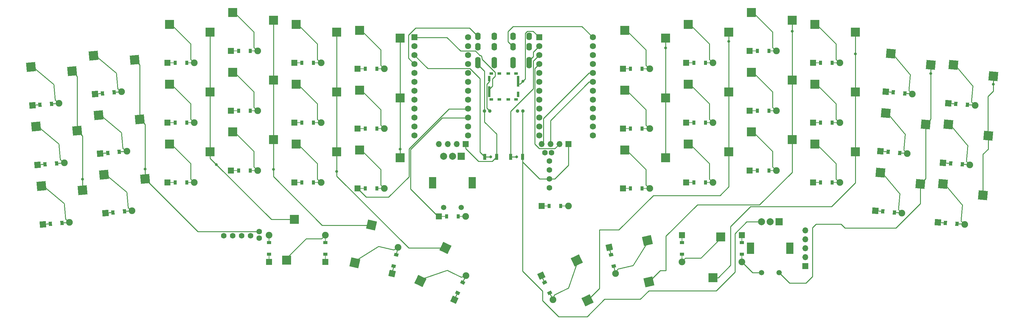
<source format=gbr>
%TF.GenerationSoftware,KiCad,Pcbnew,(6.0.6)*%
%TF.CreationDate,2022-07-17T13:12:23+02:00*%
%TF.ProjectId,main_wired,6d61696e-5f77-4697-9265-642e6b696361,v1.0.0*%
%TF.SameCoordinates,Original*%
%TF.FileFunction,Copper,L2,Bot*%
%TF.FilePolarity,Positive*%
%FSLAX46Y46*%
G04 Gerber Fmt 4.6, Leading zero omitted, Abs format (unit mm)*
G04 Created by KiCad (PCBNEW (6.0.6)) date 2022-07-17 13:12:23*
%MOMM*%
%LPD*%
G01*
G04 APERTURE LIST*
G04 Aperture macros list*
%AMRotRect*
0 Rectangle, with rotation*
0 The origin of the aperture is its center*
0 $1 length*
0 $2 width*
0 $3 Rotation angle, in degrees counterclockwise*
0 Add horizontal line*
21,1,$1,$2,0,0,$3*%
%AMFreePoly0*
4,1,31,0.588388,0.088388,6.138388,-5.461611,6.151709,-5.479450,6.155189,-5.482470,6.155982,-5.485172,6.159852,-5.490355,6.166332,-5.520453,6.175000,-5.550000,6.175000,-9.948224,7.138389,-10.911612,7.159852,-10.940356,7.174665,-11.009155,7.149961,-11.075053,7.093572,-11.117161,7.023371,-11.122131,6.961612,-11.088389,5.961612,-10.088388,5.948293,-10.070552,5.944811,-10.067530,5.944018,-10.064826,
5.940148,-10.059644,5.933669,-10.029549,5.925000,-10.000000,5.925000,-5.601777,0.411612,-0.088388,0.390148,-0.059644,0.375336,0.009154,0.400039,0.075052,0.456428,0.117161,0.526629,0.122131,0.588388,0.088388,0.588388,0.088388,$1*%
%AMFreePoly1*
4,1,13,0.062500,0.108253,0.108253,0.062500,0.125000,0.000000,0.108253,-0.062500,0.062500,-0.108253,0.000000,-0.125000,-0.062500,-0.108253,-0.108253,-0.062500,-0.125000,0.000000,-0.108253,0.062500,-0.062500,0.108253,0.000000,0.125000,0.062500,0.108253,0.062500,0.108253,$1*%
%AMFreePoly2*
4,1,30,0.035502,0.119852,0.047057,0.112391,0.062500,0.108253,0.078963,0.091790,0.094624,0.081678,0.099251,0.071502,0.108253,0.062500,0.115298,0.036209,0.123753,0.017613,0.122534,0.009204,0.125000,0.000000,0.120281,-0.017613,0.116718,-0.030908,0.113655,-0.052035,0.109897,-0.056366,0.108253,-0.062500,0.080431,-0.090322,0.067530,-0.105189,0.064748,-0.106005,0.062500,-0.108253,
0.000000,-0.125000,-2.160000,-0.125000,-2.195502,-0.119852,-2.254624,-0.081678,-2.283753,-0.017613,-2.273655,0.052035,-2.227530,0.105189,-2.160000,0.125000,0.000000,0.125000,0.035502,0.119852,0.035502,0.119852,$1*%
%AMFreePoly3*
4,1,29,2.195502,0.119852,2.254624,0.081678,2.283753,0.017613,2.273655,-0.052035,2.227530,-0.105189,2.160000,-0.125000,0.000000,-0.125000,-0.035502,-0.119852,-0.047057,-0.112391,-0.062500,-0.108253,-0.078963,-0.091790,-0.094624,-0.081678,-0.099251,-0.071502,-0.108253,-0.062500,-0.115298,-0.036209,-0.123753,-0.017613,-0.122534,-0.009204,-0.125000,0.000000,-0.116718,0.030909,-0.113655,0.052035,
-0.109897,0.056366,-0.108253,0.062500,-0.080431,0.090322,-0.067530,0.105189,-0.064748,0.106005,-0.062500,0.108253,0.000000,0.125000,2.160000,0.125000,2.195502,0.119852,2.195502,0.119852,$1*%
G04 Aperture macros list end*
%TA.AperFunction,ComponentPad*%
%ADD10C,1.000000*%
%TD*%
%TA.AperFunction,SMDPad,CuDef*%
%ADD11FreePoly0,355.000000*%
%TD*%
%TA.AperFunction,SMDPad,CuDef*%
%ADD12FreePoly1,355.000000*%
%TD*%
%TA.AperFunction,SMDPad,CuDef*%
%ADD13RotRect,2.600000X2.600000X355.000000*%
%TD*%
%TA.AperFunction,SMDPad,CuDef*%
%ADD14FreePoly0,296.000000*%
%TD*%
%TA.AperFunction,SMDPad,CuDef*%
%ADD15FreePoly1,296.000000*%
%TD*%
%TA.AperFunction,SMDPad,CuDef*%
%ADD16RotRect,2.600000X2.600000X296.000000*%
%TD*%
%TA.AperFunction,ComponentPad*%
%ADD17R,1.700000X1.700000*%
%TD*%
%TA.AperFunction,ComponentPad*%
%ADD18O,1.700000X1.700000*%
%TD*%
%TA.AperFunction,SMDPad,CuDef*%
%ADD19FreePoly2,270.000000*%
%TD*%
%TA.AperFunction,SMDPad,CuDef*%
%ADD20FreePoly3,270.000000*%
%TD*%
%TA.AperFunction,SMDPad,CuDef*%
%ADD21R,1.200000X0.900000*%
%TD*%
%TA.AperFunction,ComponentPad*%
%ADD22C,1.905000*%
%TD*%
%TA.AperFunction,ComponentPad*%
%ADD23R,1.778000X1.778000*%
%TD*%
%TA.AperFunction,SMDPad,CuDef*%
%ADD24FreePoly0,0.000000*%
%TD*%
%TA.AperFunction,SMDPad,CuDef*%
%ADD25FreePoly1,0.000000*%
%TD*%
%TA.AperFunction,SMDPad,CuDef*%
%ADD26R,2.600000X2.600000*%
%TD*%
%TA.AperFunction,SMDPad,CuDef*%
%ADD27R,1.000000X0.800000*%
%TD*%
%TA.AperFunction,SMDPad,CuDef*%
%ADD28R,0.700000X1.500000*%
%TD*%
%TA.AperFunction,ComponentPad*%
%ADD29O,1.600000X2.200000*%
%TD*%
%TA.AperFunction,SMDPad,CuDef*%
%ADD30FreePoly2,90.000000*%
%TD*%
%TA.AperFunction,SMDPad,CuDef*%
%ADD31FreePoly3,90.000000*%
%TD*%
%TA.AperFunction,ComponentPad*%
%ADD32C,1.600000*%
%TD*%
%TA.AperFunction,SMDPad,CuDef*%
%ADD33FreePoly3,0.000000*%
%TD*%
%TA.AperFunction,SMDPad,CuDef*%
%ADD34FreePoly2,0.000000*%
%TD*%
%TA.AperFunction,SMDPad,CuDef*%
%ADD35R,0.900000X1.200000*%
%TD*%
%TA.AperFunction,ComponentPad*%
%ADD36R,2.000000X3.200000*%
%TD*%
%TA.AperFunction,ComponentPad*%
%ADD37C,1.500000*%
%TD*%
%TA.AperFunction,ComponentPad*%
%ADD38R,2.000000X2.000000*%
%TD*%
%TA.AperFunction,ComponentPad*%
%ADD39C,2.000000*%
%TD*%
%TA.AperFunction,SMDPad,CuDef*%
%ADD40FreePoly3,355.000000*%
%TD*%
%TA.AperFunction,SMDPad,CuDef*%
%ADD41FreePoly2,355.000000*%
%TD*%
%TA.AperFunction,SMDPad,CuDef*%
%ADD42RotRect,0.900000X1.200000X355.000000*%
%TD*%
%TA.AperFunction,ComponentPad*%
%ADD43RotRect,1.778000X1.778000X355.000000*%
%TD*%
%TA.AperFunction,SMDPad,CuDef*%
%ADD44FreePoly2,283.000000*%
%TD*%
%TA.AperFunction,SMDPad,CuDef*%
%ADD45FreePoly3,283.000000*%
%TD*%
%TA.AperFunction,SMDPad,CuDef*%
%ADD46RotRect,0.900000X1.200000X283.000000*%
%TD*%
%TA.AperFunction,ComponentPad*%
%ADD47RotRect,1.778000X1.778000X283.000000*%
%TD*%
%TA.AperFunction,SMDPad,CuDef*%
%ADD48FreePoly0,5.000000*%
%TD*%
%TA.AperFunction,SMDPad,CuDef*%
%ADD49FreePoly1,5.000000*%
%TD*%
%TA.AperFunction,SMDPad,CuDef*%
%ADD50RotRect,2.600000X2.600000X5.000000*%
%TD*%
%TA.AperFunction,SMDPad,CuDef*%
%ADD51FreePoly0,64.000000*%
%TD*%
%TA.AperFunction,SMDPad,CuDef*%
%ADD52FreePoly1,64.000000*%
%TD*%
%TA.AperFunction,SMDPad,CuDef*%
%ADD53RotRect,2.600000X2.600000X64.000000*%
%TD*%
%TA.AperFunction,SMDPad,CuDef*%
%ADD54FreePoly2,5.000000*%
%TD*%
%TA.AperFunction,SMDPad,CuDef*%
%ADD55FreePoly3,5.000000*%
%TD*%
%TA.AperFunction,SMDPad,CuDef*%
%ADD56RotRect,0.900000X1.200000X5.000000*%
%TD*%
%TA.AperFunction,ComponentPad*%
%ADD57RotRect,1.778000X1.778000X5.000000*%
%TD*%
%TA.AperFunction,SMDPad,CuDef*%
%ADD58FreePoly2,64.000000*%
%TD*%
%TA.AperFunction,SMDPad,CuDef*%
%ADD59FreePoly3,64.000000*%
%TD*%
%TA.AperFunction,SMDPad,CuDef*%
%ADD60RotRect,0.900000X1.200000X64.000000*%
%TD*%
%TA.AperFunction,ComponentPad*%
%ADD61RotRect,1.778000X1.778000X64.000000*%
%TD*%
%TA.AperFunction,SMDPad,CuDef*%
%ADD62R,0.900000X1.700000*%
%TD*%
%TA.AperFunction,SMDPad,CuDef*%
%ADD63FreePoly0,77.000000*%
%TD*%
%TA.AperFunction,SMDPad,CuDef*%
%ADD64FreePoly1,77.000000*%
%TD*%
%TA.AperFunction,SMDPad,CuDef*%
%ADD65RotRect,2.600000X2.600000X77.000000*%
%TD*%
%TA.AperFunction,SMDPad,CuDef*%
%ADD66FreePoly0,283.000000*%
%TD*%
%TA.AperFunction,SMDPad,CuDef*%
%ADD67FreePoly1,283.000000*%
%TD*%
%TA.AperFunction,SMDPad,CuDef*%
%ADD68RotRect,2.600000X2.600000X283.000000*%
%TD*%
%TA.AperFunction,SMDPad,CuDef*%
%ADD69FreePoly0,90.000000*%
%TD*%
%TA.AperFunction,SMDPad,CuDef*%
%ADD70FreePoly1,90.000000*%
%TD*%
%TA.AperFunction,SMDPad,CuDef*%
%ADD71FreePoly0,270.000000*%
%TD*%
%TA.AperFunction,SMDPad,CuDef*%
%ADD72FreePoly1,270.000000*%
%TD*%
%TA.AperFunction,ComponentPad*%
%ADD73R,1.752600X1.752600*%
%TD*%
%TA.AperFunction,ComponentPad*%
%ADD74C,1.752600*%
%TD*%
%TA.AperFunction,SMDPad,CuDef*%
%ADD75FreePoly2,77.000000*%
%TD*%
%TA.AperFunction,SMDPad,CuDef*%
%ADD76FreePoly3,77.000000*%
%TD*%
%TA.AperFunction,SMDPad,CuDef*%
%ADD77RotRect,0.900000X1.200000X77.000000*%
%TD*%
%TA.AperFunction,ComponentPad*%
%ADD78RotRect,1.778000X1.778000X77.000000*%
%TD*%
%TA.AperFunction,SMDPad,CuDef*%
%ADD79FreePoly3,296.000000*%
%TD*%
%TA.AperFunction,SMDPad,CuDef*%
%ADD80FreePoly2,296.000000*%
%TD*%
%TA.AperFunction,SMDPad,CuDef*%
%ADD81RotRect,0.900000X1.200000X296.000000*%
%TD*%
%TA.AperFunction,ComponentPad*%
%ADD82RotRect,1.778000X1.778000X296.000000*%
%TD*%
%TA.AperFunction,ViaPad*%
%ADD83C,0.800000*%
%TD*%
%TA.AperFunction,Conductor*%
%ADD84C,0.250000*%
%TD*%
G04 APERTURE END LIST*
D10*
%TO.P,,1*%
%TO.N,L_POS*%
X210113557Y-61956210D03*
%TO.P,,2*%
%TO.N,L_GND*%
X208613557Y-61956210D03*
%TD*%
D11*
%TO.P,S26,*%
%TO.N,mirror_pinky_home*%
X322637045Y-62520758D03*
D12*
X322637045Y-62520758D03*
D13*
%TO.P,S26,1*%
X322637045Y-62520758D03*
%TO.P,S26,2*%
%TO.N,R_P20*%
X333951351Y-65719036D03*
%TD*%
D14*
%TO.P,S42,*%
%TO.N,mirror_inner_thumb*%
X234827892Y-104435941D03*
D15*
X234827892Y-104435941D03*
D16*
%TO.P,S42,1*%
X234827892Y-104435941D03*
%TO.P,S42,2*%
%TO.N,R_P15*%
X237913732Y-115781429D03*
%TD*%
D17*
%TO.P,REF\u002A\u002A,1*%
%TO.N,R_VCC*%
X299763557Y-106056210D03*
D18*
%TO.P,REF\u002A\u002A,2*%
%TO.N,R_P2*%
X299763557Y-103516210D03*
%TO.P,REF\u002A\u002A,3*%
%TO.N,R_P3*%
X299763557Y-100976210D03*
%TO.P,REF\u002A\u002A,4*%
%TO.N,N/C*%
X299763557Y-98436210D03*
%TO.P,REF\u002A\u002A,5*%
%TO.N,R_GND*%
X299763557Y-95896210D03*
%TD*%
D19*
%TO.P,D40,*%
%TO.N,mirror_outer_thumb*%
X264763557Y-104866210D03*
D20*
%TO.N,R_P7*%
X264763557Y-97246210D03*
D21*
%TO.P,D40,1*%
X264763557Y-99406210D03*
D22*
%TO.N,mirror_outer_thumb*%
X264763557Y-104866210D03*
D23*
%TO.P,D40,2*%
%TO.N,R_P7*%
X264763557Y-97246210D03*
D21*
%TO.N,mirror_outer_thumb*%
X264763557Y-102706210D03*
%TD*%
D24*
%TO.P,S28,*%
%TO.N,mirror_ring_bottom*%
X302488557Y-71306210D03*
D25*
X302488557Y-71306210D03*
D26*
%TO.P,S28,1*%
X302488557Y-71306210D03*
%TO.P,S28,2*%
%TO.N,R_P19*%
X314038557Y-73506210D03*
%TD*%
D27*
%TO.P,,*%
%TO.N,*%
X217543557Y-58606210D03*
X217543557Y-51306210D03*
X215333557Y-51306210D03*
X215333557Y-58606210D03*
D28*
%TO.P,,1*%
%TO.N,R_POS*%
X218193557Y-57206210D03*
%TO.P,,2*%
%TO.N,R_RAW*%
X218193557Y-54206210D03*
%TO.P,,3*%
%TO.N,N/C*%
X218193557Y-52706210D03*
%TD*%
D11*
%TO.P,S22,*%
%TO.N,mirror_outer_bottom*%
X338938737Y-82718403D03*
D12*
X338938737Y-82718403D03*
D13*
%TO.P,S22,1*%
X338938737Y-82718403D03*
%TO.P,S22,2*%
%TO.N,R_P21*%
X350253043Y-85916681D03*
%TD*%
D29*
%TO.P,REF\u002A\u002A,1*%
%TO.N,L_GND*%
X211363557Y-48756210D03*
X206763557Y-48756210D03*
%TO.P,REF\u002A\u002A,2*%
X206763557Y-47656210D03*
X211363557Y-47656210D03*
%TO.P,REF\u002A\u002A,3*%
%TO.N,L_P1*%
X206763557Y-43656210D03*
X211363557Y-43656210D03*
%TO.P,REF\u002A\u002A,4*%
%TO.N,L_VCC*%
X211363557Y-40656210D03*
X206763557Y-40656210D03*
%TD*%
D24*
%TO.P,S8,*%
%TO.N,ring_home*%
X119088557Y-54306210D03*
D25*
X119088557Y-54306210D03*
D26*
%TO.P,S8,1*%
X119088557Y-54306210D03*
%TO.P,S8,2*%
%TO.N,L_P19*%
X130638557Y-56506210D03*
%TD*%
D30*
%TO.P,D19,*%
%TO.N,outer_thumb*%
X163363557Y-97246210D03*
D31*
%TO.N,L_P7*%
X163363557Y-104866210D03*
D22*
%TO.P,D19,1*%
%TO.N,outer_thumb*%
X163363557Y-97246210D03*
D21*
%TO.N,L_P7*%
X163363557Y-102706210D03*
%TO.P,D19,2*%
%TO.N,outer_thumb*%
X163363557Y-99406210D03*
D23*
%TO.N,L_P7*%
X163363557Y-104866210D03*
%TD*%
D32*
%TO.P,REF\u002A\u002A,A*%
%TO.N,R_P8*%
X227038557Y-76146210D03*
%TO.P,REF\u002A\u002A,B*%
%TO.N,R_P9*%
X227038557Y-78686210D03*
%TO.P,REF\u002A\u002A,C*%
%TO.N,R_GND*%
X227038557Y-81226210D03*
%TO.P,REF\u002A\u002A,D*%
%TO.N,N/C*%
X227038557Y-83766210D03*
%TO.P,REF\u002A\u002A,S1*%
%TO.N,R_P14*%
X225813557Y-73756210D03*
%TO.P,REF\u002A\u002A,S2*%
%TO.N,mirror_inner_thumb_scroll*%
X227663557Y-73756210D03*
%TD*%
D24*
%TO.P,S11,*%
%TO.N,middle_home*%
X137088557Y-50906210D03*
D25*
X137088557Y-50906210D03*
D26*
%TO.P,S11,1*%
X137088557Y-50906210D03*
%TO.P,S11,2*%
%TO.N,L_P18*%
X148638557Y-53106210D03*
%TD*%
D33*
%TO.P,D32,*%
%TO.N,R_P5*%
X283953557Y-61856210D03*
D34*
%TO.N,mirror_middle_home*%
X291573557Y-61856210D03*
D35*
%TO.P,D32,1*%
%TO.N,R_P5*%
X286113557Y-61856210D03*
D22*
%TO.N,mirror_middle_home*%
X291573557Y-61856210D03*
D23*
%TO.P,D32,2*%
%TO.N,R_P5*%
X283953557Y-61856210D03*
D35*
%TO.N,mirror_middle_home*%
X289413557Y-61856210D03*
%TD*%
D34*
%TO.P,D13,*%
%TO.N,index_bottom*%
X162173557Y-82256210D03*
D33*
%TO.N,L_P6*%
X154553557Y-82256210D03*
D22*
%TO.P,D13,1*%
%TO.N,index_bottom*%
X162173557Y-82256210D03*
D35*
%TO.N,L_P6*%
X156713557Y-82256210D03*
D23*
%TO.P,D13,2*%
X154553557Y-82256210D03*
D35*
%TO.N,index_bottom*%
X160013557Y-82256210D03*
%TD*%
D34*
%TO.P,D29,*%
%TO.N,mirror_ring_home*%
X309573557Y-65256210D03*
D33*
%TO.N,R_P5*%
X301953557Y-65256210D03*
D35*
%TO.P,D29,1*%
X304113557Y-65256210D03*
D22*
%TO.N,mirror_ring_home*%
X309573557Y-65256210D03*
D35*
%TO.P,D29,2*%
X307413557Y-65256210D03*
D23*
%TO.N,R_P5*%
X301953557Y-65256210D03*
%TD*%
D36*
%TO.P,ROT2,*%
%TO.N,*%
X284203557Y-100936210D03*
X295403557Y-100936210D03*
D37*
%TO.P,ROT2,1*%
%TO.N,R_P20*%
X292303557Y-107936210D03*
%TO.P,ROT2,2*%
%TO.N,mirror_outer_thumb_rotary*%
X287303557Y-107936210D03*
D38*
%TO.P,ROT2,A*%
%TO.N,R_P10*%
X292303557Y-93436210D03*
D39*
%TO.P,ROT2,B*%
%TO.N,R_GND*%
X287303557Y-93436210D03*
%TO.P,ROT2,C*%
%TO.N,R_P16*%
X289803557Y-93436210D03*
%TD*%
D17*
%TO.P,OLED2,1*%
%TO.N,R_GND*%
X232473557Y-71306210D03*
D18*
%TO.P,OLED2,2*%
%TO.N,R_VCC*%
X229933557Y-71306210D03*
%TO.P,OLED2,3*%
%TO.N,R_P3*%
X227393557Y-71306210D03*
%TO.P,OLED2,4*%
%TO.N,R_P2*%
X224853557Y-71306210D03*
%TD*%
D40*
%TO.P,D22,*%
%TO.N,R_P6*%
X337451417Y-93580107D03*
D41*
%TO.N,mirror_outer_bottom*%
X345042421Y-94244233D03*
D22*
%TO.P,D22,1*%
X345042421Y-94244233D03*
D42*
%TO.N,R_P6*%
X339603198Y-93768363D03*
D43*
%TO.P,D22,2*%
X337451417Y-93580107D03*
D42*
%TO.N,mirror_outer_bottom*%
X342890640Y-94055977D03*
%TD*%
D44*
%TO.P,D41,*%
%TO.N,mirror_home_thumb*%
X245816046Y-108146035D03*
D45*
%TO.N,R_P7*%
X244101918Y-100721335D03*
D46*
%TO.P,D41,1*%
X244587813Y-102825974D03*
D22*
%TO.N,mirror_home_thumb*%
X245816046Y-108146035D03*
D46*
%TO.P,D41,2*%
X245330151Y-106041396D03*
D47*
%TO.N,R_P7*%
X244101918Y-100721335D03*
%TD*%
D33*
%TO.P,D36,*%
%TO.N,R_P4*%
X265953557Y-48256210D03*
D34*
%TO.N,mirror_index_top*%
X273573557Y-48256210D03*
D22*
%TO.P,D36,1*%
X273573557Y-48256210D03*
D35*
%TO.N,R_P4*%
X268113557Y-48256210D03*
%TO.P,D36,2*%
%TO.N,mirror_index_top*%
X271413557Y-48256210D03*
D23*
%TO.N,R_P4*%
X265953557Y-48256210D03*
%TD*%
D17*
%TO.P,OLED1,1*%
%TO.N,L_GND*%
X203273557Y-71306210D03*
D18*
%TO.P,OLED1,2*%
%TO.N,L_VCC*%
X200733557Y-71306210D03*
%TO.P,OLED1,3*%
%TO.N,L_P3*%
X198193557Y-71306210D03*
%TO.P,OLED1,4*%
%TO.N,L_P2*%
X195653557Y-71306210D03*
%TD*%
D48*
%TO.P,S5,*%
%TO.N,pinky_home*%
X98964994Y-63091629D03*
D49*
X98964994Y-63091629D03*
D50*
%TO.P,S5,1*%
X98964994Y-63091629D03*
%TO.P,S5,2*%
%TO.N,L_P20*%
X110662785Y-64276608D03*
%TD*%
D10*
%TO.P,,1*%
%TO.N,R_POS*%
X218013557Y-61956210D03*
%TO.P,,2*%
%TO.N,R_GND*%
X219513557Y-61956210D03*
%TD*%
D34*
%TO.P,D37,*%
%TO.N,mirror_inner_bottom*%
X255573557Y-83956210D03*
D33*
%TO.N,R_P6*%
X247953557Y-83956210D03*
D22*
%TO.P,D37,1*%
%TO.N,mirror_inner_bottom*%
X255573557Y-83956210D03*
D35*
%TO.N,R_P6*%
X250113557Y-83956210D03*
%TO.P,D37,2*%
%TO.N,mirror_inner_bottom*%
X253413557Y-83956210D03*
D23*
%TO.N,R_P6*%
X247953557Y-83956210D03*
%TD*%
D33*
%TO.P,D38,*%
%TO.N,R_P5*%
X247953557Y-66956210D03*
D34*
%TO.N,mirror_inner_home*%
X255573557Y-66956210D03*
D35*
%TO.P,D38,1*%
%TO.N,R_P5*%
X250113557Y-66956210D03*
D22*
%TO.N,mirror_inner_home*%
X255573557Y-66956210D03*
D23*
%TO.P,D38,2*%
%TO.N,R_P5*%
X247953557Y-66956210D03*
D35*
%TO.N,mirror_inner_home*%
X253413557Y-66956210D03*
%TD*%
D41*
%TO.P,D24,*%
%TO.N,mirror_outer_top*%
X348005716Y-60373613D03*
D40*
%TO.N,R_P4*%
X340414712Y-59709487D03*
D22*
%TO.P,D24,1*%
%TO.N,mirror_outer_top*%
X348005716Y-60373613D03*
D42*
%TO.N,R_P4*%
X342566493Y-59897743D03*
D43*
%TO.P,D24,2*%
X340414712Y-59709487D03*
D42*
%TO.N,mirror_outer_top*%
X345853935Y-60185357D03*
%TD*%
D34*
%TO.P,D34,*%
%TO.N,mirror_index_bottom*%
X273573557Y-82256210D03*
D33*
%TO.N,R_P6*%
X265953557Y-82256210D03*
D22*
%TO.P,D34,1*%
%TO.N,mirror_index_bottom*%
X273573557Y-82256210D03*
D35*
%TO.N,R_P6*%
X268113557Y-82256210D03*
D23*
%TO.P,D34,2*%
X265953557Y-82256210D03*
D35*
%TO.N,mirror_index_bottom*%
X271413557Y-82256210D03*
%TD*%
D24*
%TO.P,S9,*%
%TO.N,ring_top*%
X119088557Y-37306210D03*
D25*
X119088557Y-37306210D03*
D26*
%TO.P,S9,1*%
X119088557Y-37306210D03*
%TO.P,S9,2*%
%TO.N,L_P19*%
X130638557Y-39506210D03*
%TD*%
D34*
%TO.P,D28,*%
%TO.N,mirror_ring_bottom*%
X309573557Y-82256210D03*
D33*
%TO.N,R_P6*%
X301953557Y-82256210D03*
D22*
%TO.P,D28,1*%
%TO.N,mirror_ring_bottom*%
X309573557Y-82256210D03*
D35*
%TO.N,R_P6*%
X304113557Y-82256210D03*
%TO.P,D28,2*%
%TO.N,mirror_ring_bottom*%
X307413557Y-82256210D03*
D23*
%TO.N,R_P6*%
X301953557Y-82256210D03*
%TD*%
D40*
%TO.P,D25,*%
%TO.N,R_P6*%
X319668077Y-90317773D03*
D41*
%TO.N,mirror_pinky_bottom*%
X327259081Y-90981899D03*
D42*
%TO.P,D25,1*%
%TO.N,R_P6*%
X321819858Y-90506029D03*
D22*
%TO.N,mirror_pinky_bottom*%
X327259081Y-90981899D03*
D43*
%TO.P,D25,2*%
%TO.N,R_P6*%
X319668077Y-90317773D03*
D42*
%TO.N,mirror_pinky_bottom*%
X325107300Y-90793643D03*
%TD*%
D24*
%TO.P,S39,*%
%TO.N,mirror_inner_top*%
X248488557Y-39006210D03*
D25*
X248488557Y-39006210D03*
D26*
%TO.P,S39,1*%
X248488557Y-39006210D03*
%TO.P,S39,2*%
%TO.N,R_P14*%
X260038557Y-41206210D03*
%TD*%
D33*
%TO.P,D14,*%
%TO.N,L_P5*%
X154553557Y-65256210D03*
D34*
%TO.N,index_home*%
X162173557Y-65256210D03*
D35*
%TO.P,D14,1*%
%TO.N,L_P5*%
X156713557Y-65256210D03*
D22*
%TO.N,index_home*%
X162173557Y-65256210D03*
D35*
%TO.P,D14,2*%
X160013557Y-65256210D03*
D23*
%TO.N,L_P5*%
X154553557Y-65256210D03*
%TD*%
D33*
%TO.P,D16,*%
%TO.N,L_P6*%
X172553557Y-83956210D03*
D34*
%TO.N,inner_bottom*%
X180173557Y-83956210D03*
D22*
%TO.P,D16,1*%
X180173557Y-83956210D03*
D35*
%TO.N,L_P6*%
X174713557Y-83956210D03*
D23*
%TO.P,D16,2*%
X172553557Y-83956210D03*
D35*
%TO.N,inner_bottom*%
X178013557Y-83956210D03*
%TD*%
D51*
%TO.P,S21,*%
%TO.N,inner_thumb*%
X190427890Y-110323042D03*
D52*
X190427890Y-110323042D03*
D53*
%TO.P,S21,1*%
X190427890Y-110323042D03*
%TO.P,S21,2*%
%TO.N,L_P15*%
X197468424Y-100906387D03*
%TD*%
D29*
%TO.P,REF\u002A\u002A,1*%
%TO.N,R_GND*%
X221313557Y-48756210D03*
X216713557Y-48756210D03*
%TO.P,REF\u002A\u002A,2*%
X221313557Y-47656210D03*
X216713557Y-47656210D03*
%TO.P,REF\u002A\u002A,3*%
%TO.N,R_P1*%
X216713557Y-43656210D03*
X221313557Y-43656210D03*
%TO.P,REF\u002A\u002A,4*%
%TO.N,R_VCC*%
X221313557Y-40656210D03*
X216713557Y-40656210D03*
%TD*%
D24*
%TO.P,S10,*%
%TO.N,middle_bottom*%
X137088557Y-67906210D03*
D25*
X137088557Y-67906210D03*
D26*
%TO.P,S10,1*%
X137088557Y-67906210D03*
%TO.P,S10,2*%
%TO.N,L_P18*%
X148638557Y-70106210D03*
%TD*%
D19*
%TO.P,D46,*%
%TO.N,mirror_outer_thumb_rotary*%
X281763557Y-104866210D03*
D20*
%TO.N,R_P7*%
X281763557Y-97246210D03*
D22*
%TO.P,D46,1*%
%TO.N,mirror_outer_thumb_rotary*%
X281763557Y-104866210D03*
D21*
%TO.N,R_P7*%
X281763557Y-99406210D03*
%TO.P,D46,2*%
%TO.N,mirror_outer_thumb_rotary*%
X281763557Y-102706210D03*
D23*
%TO.N,R_P7*%
X281763557Y-97246210D03*
%TD*%
D24*
%TO.P,S38,*%
%TO.N,mirror_inner_home*%
X248488557Y-56006210D03*
D25*
X248488557Y-56006210D03*
D26*
%TO.P,S38,1*%
X248488557Y-56006210D03*
%TO.P,S38,2*%
%TO.N,R_P14*%
X260038557Y-58206210D03*
%TD*%
D33*
%TO.P,D44,*%
%TO.N,R_P7*%
X224853557Y-88956210D03*
D34*
%TO.N,mirror_inner_thumb_scroll*%
X232473557Y-88956210D03*
D22*
%TO.P,D44,1*%
X232473557Y-88956210D03*
D35*
%TO.N,R_P7*%
X227013557Y-88956210D03*
%TO.P,D44,2*%
%TO.N,mirror_inner_thumb_scroll*%
X230313557Y-88956210D03*
D23*
%TO.N,R_P7*%
X224853557Y-88956210D03*
%TD*%
D24*
%TO.P,S33,*%
%TO.N,mirror_middle_top*%
X284488557Y-33906210D03*
D25*
X284488557Y-33906210D03*
D26*
%TO.P,S33,1*%
X284488557Y-33906210D03*
%TO.P,S33,2*%
%TO.N,R_P18*%
X296038557Y-36106210D03*
%TD*%
D54*
%TO.P,D2,*%
%TO.N,outer_home*%
X89194049Y-76644797D03*
D55*
%TO.N,L_P5*%
X81603045Y-77308923D03*
D22*
%TO.P,D2,1*%
%TO.N,outer_home*%
X89194049Y-76644797D03*
D56*
%TO.N,L_P5*%
X83754826Y-77120667D03*
%TO.P,D2,2*%
%TO.N,outer_home*%
X87042268Y-76833053D03*
D57*
%TO.N,L_P5*%
X81603045Y-77308923D03*
%TD*%
D48*
%TO.P,S1,*%
%TO.N,outer_bottom*%
X82663302Y-83289274D03*
D49*
X82663302Y-83289274D03*
D50*
%TO.P,S1,1*%
X82663302Y-83289274D03*
%TO.P,S1,2*%
%TO.N,L_P21*%
X94361093Y-84474253D03*
%TD*%
D36*
%TO.P,ROT1,*%
%TO.N,*%
X205103557Y-82336210D03*
X193903557Y-82336210D03*
D37*
%TO.P,ROT1,1*%
%TO.N,L_P14*%
X202003557Y-89336210D03*
%TO.P,ROT1,2*%
%TO.N,inner_thumb_rotary*%
X197003557Y-89336210D03*
D38*
%TO.P,ROT1,A*%
%TO.N,L_P8*%
X202003557Y-74836210D03*
D39*
%TO.P,ROT1,B*%
%TO.N,L_GND*%
X197003557Y-74836210D03*
%TO.P,ROT1,C*%
%TO.N,L_P9*%
X199503557Y-74836210D03*
%TD*%
D34*
%TO.P,D11,*%
%TO.N,middle_home*%
X144173557Y-61856210D03*
D33*
%TO.N,L_P5*%
X136553557Y-61856210D03*
D35*
%TO.P,D11,1*%
X138713557Y-61856210D03*
D22*
%TO.N,middle_home*%
X144173557Y-61856210D03*
D35*
%TO.P,D11,2*%
X142013557Y-61856210D03*
D23*
%TO.N,L_P5*%
X136553557Y-61856210D03*
%TD*%
D54*
%TO.P,D1,*%
%TO.N,outer_bottom*%
X90675696Y-93580107D03*
D55*
%TO.N,L_P6*%
X83084692Y-94244233D03*
D22*
%TO.P,D1,1*%
%TO.N,outer_bottom*%
X90675696Y-93580107D03*
D56*
%TO.N,L_P6*%
X85236473Y-94055977D03*
%TO.P,D1,2*%
%TO.N,outer_bottom*%
X88523915Y-93768363D03*
D57*
%TO.N,L_P6*%
X83084692Y-94244233D03*
%TD*%
D58*
%TO.P,D21,*%
%TO.N,inner_thumb*%
X203375544Y-108755250D03*
D59*
%TO.N,L_P7*%
X200035156Y-115604060D03*
D22*
%TO.P,D21,1*%
%TO.N,inner_thumb*%
X203375544Y-108755250D03*
D60*
%TO.N,L_P7*%
X200982038Y-113662665D03*
%TO.P,D21,2*%
%TO.N,inner_thumb*%
X202428662Y-110696645D03*
D61*
%TO.N,L_P7*%
X200035156Y-115604060D03*
%TD*%
D62*
%TO.P,,1*%
%TO.N,R_RST*%
X216063557Y-74956210D03*
%TO.P,,2*%
%TO.N,R_GND*%
X219463557Y-74956210D03*
%TD*%
D24*
%TO.P,S12,*%
%TO.N,middle_top*%
X137088557Y-33906210D03*
D25*
X137088557Y-33906210D03*
D26*
%TO.P,S12,1*%
X137088557Y-33906210D03*
%TO.P,S12,2*%
%TO.N,L_P18*%
X148638557Y-36106210D03*
%TD*%
D41*
%TO.P,D26,*%
%TO.N,mirror_pinky_home*%
X328740729Y-74046589D03*
D40*
%TO.N,R_P5*%
X321149725Y-73382463D03*
D42*
%TO.P,D26,1*%
X323301506Y-73570719D03*
D22*
%TO.N,mirror_pinky_home*%
X328740729Y-74046589D03*
D43*
%TO.P,D26,2*%
%TO.N,R_P5*%
X321149725Y-73382463D03*
D42*
%TO.N,mirror_pinky_home*%
X326588948Y-73858333D03*
%TD*%
D63*
%TO.P,S20,*%
%TO.N,home_thumb*%
X171762064Y-105161533D03*
D64*
X171762064Y-105161533D03*
D65*
%TO.P,S20,1*%
X171762064Y-105161533D03*
%TO.P,S20,2*%
%TO.N,L_P18*%
X176503863Y-94402451D03*
%TD*%
D33*
%TO.P,D31,*%
%TO.N,R_P6*%
X283953557Y-78856210D03*
D34*
%TO.N,mirror_middle_bottom*%
X291573557Y-78856210D03*
D35*
%TO.P,D31,1*%
%TO.N,R_P6*%
X286113557Y-78856210D03*
D22*
%TO.N,mirror_middle_bottom*%
X291573557Y-78856210D03*
D23*
%TO.P,D31,2*%
%TO.N,R_P6*%
X283953557Y-78856210D03*
D35*
%TO.N,mirror_middle_bottom*%
X289413557Y-78856210D03*
%TD*%
D11*
%TO.P,S25,*%
%TO.N,mirror_pinky_bottom*%
X321155397Y-79456068D03*
D12*
X321155397Y-79456068D03*
D13*
%TO.P,S25,1*%
X321155397Y-79456068D03*
%TO.P,S25,2*%
%TO.N,R_P20*%
X332469703Y-82654346D03*
%TD*%
D33*
%TO.P,D30,*%
%TO.N,R_P4*%
X301953557Y-48256210D03*
D34*
%TO.N,mirror_ring_top*%
X309573557Y-48256210D03*
D22*
%TO.P,D30,1*%
X309573557Y-48256210D03*
D35*
%TO.N,R_P4*%
X304113557Y-48256210D03*
D23*
%TO.P,D30,2*%
X301953557Y-48256210D03*
D35*
%TO.N,mirror_ring_top*%
X307413557Y-48256210D03*
%TD*%
D24*
%TO.P,S36,*%
%TO.N,mirror_index_top*%
X266488557Y-37306210D03*
D25*
X266488557Y-37306210D03*
D26*
%TO.P,S36,1*%
X266488557Y-37306210D03*
%TO.P,S36,2*%
%TO.N,R_P15*%
X278038557Y-39506210D03*
%TD*%
D34*
%TO.P,D12,*%
%TO.N,middle_top*%
X144173557Y-44856210D03*
D33*
%TO.N,L_P4*%
X136553557Y-44856210D03*
D35*
%TO.P,D12,1*%
X138713557Y-44856210D03*
D22*
%TO.N,middle_top*%
X144173557Y-44856210D03*
D23*
%TO.P,D12,2*%
%TO.N,L_P4*%
X136553557Y-44856210D03*
D35*
%TO.N,middle_top*%
X142013557Y-44856210D03*
%TD*%
D34*
%TO.P,D15,*%
%TO.N,index_top*%
X162173557Y-48256210D03*
D33*
%TO.N,L_P4*%
X154553557Y-48256210D03*
D22*
%TO.P,D15,1*%
%TO.N,index_top*%
X162173557Y-48256210D03*
D35*
%TO.N,L_P4*%
X156713557Y-48256210D03*
D23*
%TO.P,D15,2*%
X154553557Y-48256210D03*
D35*
%TO.N,index_top*%
X160013557Y-48256210D03*
%TD*%
D54*
%TO.P,D5,*%
%TO.N,pinky_home*%
X106977388Y-73382463D03*
D55*
%TO.N,L_P5*%
X99386384Y-74046589D03*
D56*
%TO.P,D5,1*%
X101538165Y-73858333D03*
D22*
%TO.N,pinky_home*%
X106977388Y-73382463D03*
D56*
%TO.P,D5,2*%
X104825607Y-73570719D03*
D57*
%TO.N,L_P5*%
X99386384Y-74046589D03*
%TD*%
D33*
%TO.P,D17,*%
%TO.N,L_P5*%
X172553557Y-66956210D03*
D34*
%TO.N,inner_home*%
X180173557Y-66956210D03*
D35*
%TO.P,D17,1*%
%TO.N,L_P5*%
X174713557Y-66956210D03*
D22*
%TO.N,inner_home*%
X180173557Y-66956210D03*
D23*
%TO.P,D17,2*%
%TO.N,L_P5*%
X172553557Y-66956210D03*
D35*
%TO.N,inner_home*%
X178013557Y-66956210D03*
%TD*%
D33*
%TO.P,D9,*%
%TO.N,L_P4*%
X118553557Y-48256210D03*
D34*
%TO.N,ring_top*%
X126173557Y-48256210D03*
D22*
%TO.P,D9,1*%
X126173557Y-48256210D03*
D35*
%TO.N,L_P4*%
X120713557Y-48256210D03*
D23*
%TO.P,D9,2*%
X118553557Y-48256210D03*
D35*
%TO.N,ring_top*%
X124013557Y-48256210D03*
%TD*%
D48*
%TO.P,S6,*%
%TO.N,pinky_top*%
X97483346Y-46156319D03*
D49*
X97483346Y-46156319D03*
D50*
%TO.P,S6,1*%
X97483346Y-46156319D03*
%TO.P,S6,2*%
%TO.N,L_P20*%
X109181137Y-47341298D03*
%TD*%
D24*
%TO.P,S7,*%
%TO.N,ring_bottom*%
X119088557Y-71306210D03*
D25*
X119088557Y-71306210D03*
D26*
%TO.P,S7,1*%
X119088557Y-71306210D03*
%TO.P,S7,2*%
%TO.N,L_P19*%
X130638557Y-73506210D03*
%TD*%
D27*
%TO.P,,*%
%TO.N,*%
X210583557Y-58606210D03*
X212793557Y-51306210D03*
X210583557Y-51306210D03*
X212793557Y-58606210D03*
D28*
%TO.P,,1*%
%TO.N,L_POS*%
X209933557Y-52706210D03*
%TO.P,,2*%
%TO.N,L_RAW*%
X209933557Y-55706210D03*
%TO.P,,3*%
%TO.N,N/C*%
X209933557Y-57206210D03*
%TD*%
D33*
%TO.P,D18,*%
%TO.N,L_P4*%
X172553557Y-49956210D03*
D34*
%TO.N,inner_top*%
X180173557Y-49956210D03*
D22*
%TO.P,D18,1*%
X180173557Y-49956210D03*
D35*
%TO.N,L_P4*%
X174713557Y-49956210D03*
%TO.P,D18,2*%
%TO.N,inner_top*%
X178013557Y-49956210D03*
D23*
%TO.N,L_P4*%
X172553557Y-49956210D03*
%TD*%
D66*
%TO.P,S41,*%
%TO.N,mirror_home_thumb*%
X254891619Y-98779409D03*
D67*
X254891619Y-98779409D03*
D68*
%TO.P,S41,1*%
X254891619Y-98779409D03*
%TO.P,S41,2*%
%TO.N,R_P18*%
X255346190Y-110528276D03*
%TD*%
D33*
%TO.P,D39,*%
%TO.N,R_P4*%
X247953557Y-49956210D03*
D34*
%TO.N,mirror_inner_top*%
X255573557Y-49956210D03*
D35*
%TO.P,D39,1*%
%TO.N,R_P4*%
X250113557Y-49956210D03*
D22*
%TO.N,mirror_inner_top*%
X255573557Y-49956210D03*
D35*
%TO.P,D39,2*%
X253413557Y-49956210D03*
D23*
%TO.N,R_P4*%
X247953557Y-49956210D03*
%TD*%
D69*
%TO.P,S19,*%
%TO.N,outer_thumb*%
X152413557Y-104331210D03*
D70*
X152413557Y-104331210D03*
D26*
%TO.P,S19,1*%
X152413557Y-104331210D03*
%TO.P,S19,2*%
%TO.N,L_P19*%
X154613557Y-92781210D03*
%TD*%
D32*
%TO.P,REF\u002A\u002A,A*%
%TO.N,L_P10*%
X142173557Y-97431210D03*
%TO.P,REF\u002A\u002A,B*%
%TO.N,L_P16*%
X139633557Y-97431210D03*
%TO.P,REF\u002A\u002A,C*%
%TO.N,L_GND*%
X137093557Y-97431210D03*
%TO.P,REF\u002A\u002A,D*%
%TO.N,N/C*%
X134553557Y-97431210D03*
%TO.P,REF\u002A\u002A,S1*%
%TO.N,L_P20*%
X144563557Y-96206210D03*
%TO.P,REF\u002A\u002A,S2*%
%TO.N,outer_thumb_rotary*%
X144563557Y-98056210D03*
%TD*%
D33*
%TO.P,D7,*%
%TO.N,L_P6*%
X118553557Y-82256210D03*
D34*
%TO.N,ring_bottom*%
X126173557Y-82256210D03*
D22*
%TO.P,D7,1*%
X126173557Y-82256210D03*
D35*
%TO.N,L_P6*%
X120713557Y-82256210D03*
%TO.P,D7,2*%
%TO.N,ring_bottom*%
X124013557Y-82256210D03*
D23*
%TO.N,L_P6*%
X118553557Y-82256210D03*
%TD*%
D54*
%TO.P,D6,*%
%TO.N,pinky_top*%
X105495741Y-56447153D03*
D55*
%TO.N,L_P4*%
X97904737Y-57111279D03*
D56*
%TO.P,D6,1*%
X100056518Y-56923023D03*
D22*
%TO.N,pinky_top*%
X105495741Y-56447153D03*
D57*
%TO.P,D6,2*%
%TO.N,L_P4*%
X97904737Y-57111279D03*
D56*
%TO.N,pinky_top*%
X103343960Y-56635409D03*
%TD*%
D24*
%TO.P,S37,*%
%TO.N,mirror_inner_bottom*%
X248488557Y-73006210D03*
D25*
X248488557Y-73006210D03*
D26*
%TO.P,S37,1*%
X248488557Y-73006210D03*
%TO.P,S37,2*%
%TO.N,R_P14*%
X260038557Y-75206210D03*
%TD*%
D31*
%TO.P,D45,*%
%TO.N,L_P7*%
X147363557Y-104866210D03*
D30*
%TO.N,outer_thumb_rotary*%
X147363557Y-97246210D03*
D22*
%TO.P,D45,1*%
X147363557Y-97246210D03*
D21*
%TO.N,L_P7*%
X147363557Y-102706210D03*
D23*
%TO.P,D45,2*%
X147363557Y-104866210D03*
D21*
%TO.N,outer_thumb_rotary*%
X147363557Y-99406210D03*
%TD*%
D71*
%TO.P,S40,*%
%TO.N,mirror_outer_thumb*%
X275713557Y-97781210D03*
D72*
X275713557Y-97781210D03*
D26*
%TO.P,S40,1*%
X275713557Y-97781210D03*
%TO.P,S40,2*%
%TO.N,R_P19*%
X273513557Y-109331210D03*
%TD*%
D11*
%TO.P,S24,*%
%TO.N,mirror_outer_top*%
X341902032Y-48847783D03*
D12*
X341902032Y-48847783D03*
D13*
%TO.P,S24,1*%
X341902032Y-48847783D03*
%TO.P,S24,2*%
%TO.N,R_P21*%
X353216338Y-52046061D03*
%TD*%
D24*
%TO.P,S31,*%
%TO.N,mirror_middle_bottom*%
X284488557Y-67906210D03*
D25*
X284488557Y-67906210D03*
D26*
%TO.P,S31,1*%
X284488557Y-67906210D03*
%TO.P,S31,2*%
%TO.N,R_P18*%
X296038557Y-70106210D03*
%TD*%
D62*
%TO.P,,1*%
%TO.N,L_RST*%
X208663557Y-74956210D03*
%TO.P,,2*%
%TO.N,L_GND*%
X212063557Y-74956210D03*
%TD*%
D34*
%TO.P,D10,*%
%TO.N,middle_bottom*%
X144173557Y-78856210D03*
D33*
%TO.N,L_P6*%
X136553557Y-78856210D03*
D22*
%TO.P,D10,1*%
%TO.N,middle_bottom*%
X144173557Y-78856210D03*
D35*
%TO.N,L_P6*%
X138713557Y-78856210D03*
%TO.P,D10,2*%
%TO.N,middle_bottom*%
X142013557Y-78856210D03*
D23*
%TO.N,L_P6*%
X136553557Y-78856210D03*
%TD*%
D34*
%TO.P,D43,*%
%TO.N,inner_thumb_rotary*%
X203273557Y-91956210D03*
D33*
%TO.N,L_P7*%
X195653557Y-91956210D03*
D22*
%TO.P,D43,1*%
%TO.N,inner_thumb_rotary*%
X203273557Y-91956210D03*
D35*
%TO.N,L_P7*%
X197813557Y-91956210D03*
D23*
%TO.P,D43,2*%
X195653557Y-91956210D03*
D35*
%TO.N,inner_thumb_rotary*%
X201113557Y-91956210D03*
%TD*%
D48*
%TO.P,S4,*%
%TO.N,pinky_bottom*%
X100446641Y-80026939D03*
D49*
X100446641Y-80026939D03*
D50*
%TO.P,S4,1*%
X100446641Y-80026939D03*
%TO.P,S4,2*%
%TO.N,L_P20*%
X112144432Y-81211918D03*
%TD*%
D24*
%TO.P,S32,*%
%TO.N,mirror_middle_home*%
X284488557Y-50906210D03*
D25*
X284488557Y-50906210D03*
D26*
%TO.P,S32,1*%
X284488557Y-50906210D03*
%TO.P,S32,2*%
%TO.N,R_P18*%
X296038557Y-53106210D03*
%TD*%
D40*
%TO.P,D27,*%
%TO.N,R_P4*%
X322631373Y-56447153D03*
D41*
%TO.N,mirror_pinky_top*%
X330222377Y-57111279D03*
D42*
%TO.P,D27,1*%
%TO.N,R_P4*%
X324783154Y-56635409D03*
D22*
%TO.N,mirror_pinky_top*%
X330222377Y-57111279D03*
D42*
%TO.P,D27,2*%
X328070596Y-56923023D03*
D43*
%TO.N,R_P4*%
X322631373Y-56447153D03*
%TD*%
D73*
%TO.P,MCU2,1*%
%TO.N,R_RAW*%
X224143557Y-40986210D03*
D74*
%TO.P,MCU2,2*%
%TO.N,R_GND*%
X224143557Y-43526210D03*
%TO.P,MCU2,3*%
%TO.N,R_RST*%
X224143557Y-46066210D03*
%TO.P,MCU2,4*%
%TO.N,R_VCC*%
X224143557Y-48606210D03*
%TO.P,MCU2,5*%
%TO.N,R_P21*%
X224143557Y-51146210D03*
%TO.P,MCU2,6*%
%TO.N,R_P20*%
X224143557Y-53686210D03*
%TO.P,MCU2,7*%
%TO.N,R_P19*%
X224143557Y-56226210D03*
%TO.P,MCU2,8*%
%TO.N,R_P18*%
X224143557Y-58766210D03*
%TO.P,MCU2,9*%
%TO.N,R_P15*%
X224143557Y-61306210D03*
%TO.P,MCU2,10*%
%TO.N,R_P14*%
X224143557Y-63846210D03*
%TO.P,MCU2,11*%
%TO.N,R_P16*%
X224143557Y-66386210D03*
%TO.P,MCU2,12*%
%TO.N,R_P10*%
X224143557Y-68926210D03*
%TO.P,MCU2,13*%
%TO.N,R_P1*%
X239383557Y-40986210D03*
%TO.P,MCU2,14*%
%TO.N,R_P0*%
X239383557Y-43526210D03*
%TO.P,MCU2,15*%
%TO.N,R_GND*%
X239383557Y-46066210D03*
%TO.P,MCU2,16*%
X239383557Y-48606210D03*
%TO.P,MCU2,17*%
%TO.N,R_P2*%
X239383557Y-51146210D03*
%TO.P,MCU2,18*%
%TO.N,R_P3*%
X239383557Y-53686210D03*
%TO.P,MCU2,19*%
%TO.N,R_P4*%
X239383557Y-56226210D03*
%TO.P,MCU2,20*%
%TO.N,R_P5*%
X239383557Y-58766210D03*
%TO.P,MCU2,21*%
%TO.N,R_P6*%
X239383557Y-61306210D03*
%TO.P,MCU2,22*%
%TO.N,R_P7*%
X239383557Y-63846210D03*
%TO.P,MCU2,23*%
%TO.N,R_P8*%
X239383557Y-66386210D03*
%TO.P,MCU2,24*%
%TO.N,R_P9*%
X239383557Y-68926210D03*
%TD*%
D24*
%TO.P,S13,*%
%TO.N,index_bottom*%
X155088557Y-71306210D03*
D25*
X155088557Y-71306210D03*
D26*
%TO.P,S13,1*%
X155088557Y-71306210D03*
%TO.P,S13,2*%
%TO.N,L_P15*%
X166638557Y-73506210D03*
%TD*%
D75*
%TO.P,D20,*%
%TO.N,home_thumb*%
X184025196Y-100721335D03*
D76*
%TO.N,L_P7*%
X182311068Y-108146035D03*
D22*
%TO.P,D20,1*%
%TO.N,home_thumb*%
X184025196Y-100721335D03*
D77*
%TO.N,L_P7*%
X182796963Y-106041396D03*
D78*
%TO.P,D20,2*%
X182311068Y-108146035D03*
D77*
%TO.N,home_thumb*%
X183539301Y-102825974D03*
%TD*%
D55*
%TO.P,D3,*%
%TO.N,L_P4*%
X80121397Y-60373613D03*
D54*
%TO.N,outer_top*%
X87712401Y-59709487D03*
D56*
%TO.P,D3,1*%
%TO.N,L_P4*%
X82273178Y-60185357D03*
D22*
%TO.N,outer_top*%
X87712401Y-59709487D03*
D56*
%TO.P,D3,2*%
X85560620Y-59897743D03*
D57*
%TO.N,L_P4*%
X80121397Y-60373613D03*
%TD*%
D40*
%TO.P,D23,*%
%TO.N,R_P5*%
X338933065Y-76644797D03*
D41*
%TO.N,mirror_outer_home*%
X346524069Y-77308923D03*
D22*
%TO.P,D23,1*%
X346524069Y-77308923D03*
D42*
%TO.N,R_P5*%
X341084846Y-76833053D03*
D43*
%TO.P,D23,2*%
X338933065Y-76644797D03*
D42*
%TO.N,mirror_outer_home*%
X344372288Y-77120667D03*
%TD*%
D24*
%TO.P,S30,*%
%TO.N,mirror_ring_top*%
X302488557Y-37306210D03*
D25*
X302488557Y-37306210D03*
D26*
%TO.P,S30,1*%
X302488557Y-37306210D03*
%TO.P,S30,2*%
%TO.N,R_P19*%
X314038557Y-39506210D03*
%TD*%
D33*
%TO.P,D33,*%
%TO.N,R_P4*%
X283953557Y-44856210D03*
D34*
%TO.N,mirror_middle_top*%
X291573557Y-44856210D03*
D22*
%TO.P,D33,1*%
X291573557Y-44856210D03*
D35*
%TO.N,R_P4*%
X286113557Y-44856210D03*
D23*
%TO.P,D33,2*%
X283953557Y-44856210D03*
D35*
%TO.N,mirror_middle_top*%
X289413557Y-44856210D03*
%TD*%
D48*
%TO.P,S3,*%
%TO.N,outer_top*%
X79700006Y-49418654D03*
D49*
X79700006Y-49418654D03*
D50*
%TO.P,S3,1*%
X79700006Y-49418654D03*
%TO.P,S3,2*%
%TO.N,L_P21*%
X91397797Y-50603633D03*
%TD*%
D54*
%TO.P,D4,*%
%TO.N,pinky_bottom*%
X108459036Y-90317773D03*
D55*
%TO.N,L_P6*%
X100868032Y-90981899D03*
D22*
%TO.P,D4,1*%
%TO.N,pinky_bottom*%
X108459036Y-90317773D03*
D56*
%TO.N,L_P6*%
X103019813Y-90793643D03*
%TO.P,D4,2*%
%TO.N,pinky_bottom*%
X106307255Y-90506029D03*
D57*
%TO.N,L_P6*%
X100868032Y-90981899D03*
%TD*%
D48*
%TO.P,S2,*%
%TO.N,outer_home*%
X81181654Y-66353964D03*
D49*
X81181654Y-66353964D03*
D50*
%TO.P,S2,1*%
X81181654Y-66353964D03*
%TO.P,S2,2*%
%TO.N,L_P21*%
X92879445Y-67538943D03*
%TD*%
D24*
%TO.P,S34,*%
%TO.N,mirror_index_bottom*%
X266488557Y-71306210D03*
D25*
X266488557Y-71306210D03*
D26*
%TO.P,S34,1*%
X266488557Y-71306210D03*
%TO.P,S34,2*%
%TO.N,R_P15*%
X278038557Y-73506210D03*
%TD*%
D24*
%TO.P,S35,*%
%TO.N,mirror_index_home*%
X266488557Y-54306210D03*
D25*
X266488557Y-54306210D03*
D26*
%TO.P,S35,1*%
X266488557Y-54306210D03*
%TO.P,S35,2*%
%TO.N,R_P15*%
X278038557Y-56506210D03*
%TD*%
D33*
%TO.P,D8,*%
%TO.N,L_P5*%
X118553557Y-65256210D03*
D34*
%TO.N,ring_home*%
X126173557Y-65256210D03*
D22*
%TO.P,D8,1*%
X126173557Y-65256210D03*
D35*
%TO.N,L_P5*%
X120713557Y-65256210D03*
%TO.P,D8,2*%
%TO.N,ring_home*%
X124013557Y-65256210D03*
D23*
%TO.N,L_P5*%
X118553557Y-65256210D03*
%TD*%
D24*
%TO.P,S16,*%
%TO.N,inner_bottom*%
X173088557Y-73006210D03*
D25*
X173088557Y-73006210D03*
D26*
%TO.P,S16,1*%
X173088557Y-73006210D03*
%TO.P,S16,2*%
%TO.N,L_P14*%
X184638557Y-75206210D03*
%TD*%
D79*
%TO.P,D42,*%
%TO.N,R_P7*%
X224751569Y-108755250D03*
D80*
%TO.N,mirror_inner_thumb*%
X228091957Y-115604060D03*
D22*
%TO.P,D42,1*%
X228091957Y-115604060D03*
D81*
%TO.N,R_P7*%
X225698451Y-110696645D03*
%TO.P,D42,2*%
%TO.N,mirror_inner_thumb*%
X227145075Y-113662665D03*
D82*
%TO.N,R_P7*%
X224751569Y-108755250D03*
%TD*%
D24*
%TO.P,S17,*%
%TO.N,inner_home*%
X173088557Y-56006210D03*
D25*
X173088557Y-56006210D03*
D26*
%TO.P,S17,1*%
X173088557Y-56006210D03*
%TO.P,S17,2*%
%TO.N,L_P14*%
X184638557Y-58206210D03*
%TD*%
D24*
%TO.P,S15,*%
%TO.N,index_top*%
X155088557Y-37306210D03*
D25*
X155088557Y-37306210D03*
D26*
%TO.P,S15,1*%
X155088557Y-37306210D03*
%TO.P,S15,2*%
%TO.N,L_P15*%
X166638557Y-39506210D03*
%TD*%
D11*
%TO.P,S23,*%
%TO.N,mirror_outer_home*%
X340420385Y-65783093D03*
D12*
X340420385Y-65783093D03*
D13*
%TO.P,S23,1*%
X340420385Y-65783093D03*
%TO.P,S23,2*%
%TO.N,R_P21*%
X351734691Y-68981371D03*
%TD*%
D33*
%TO.P,D35,*%
%TO.N,R_P5*%
X265953557Y-65256210D03*
D34*
%TO.N,mirror_index_home*%
X273573557Y-65256210D03*
D35*
%TO.P,D35,1*%
%TO.N,R_P5*%
X268113557Y-65256210D03*
D22*
%TO.N,mirror_index_home*%
X273573557Y-65256210D03*
D35*
%TO.P,D35,2*%
X271413557Y-65256210D03*
D23*
%TO.N,R_P5*%
X265953557Y-65256210D03*
%TD*%
D11*
%TO.P,S27,*%
%TO.N,mirror_pinky_top*%
X324118692Y-45585448D03*
D12*
X324118692Y-45585448D03*
D13*
%TO.P,S27,1*%
X324118692Y-45585448D03*
%TO.P,S27,2*%
%TO.N,R_P20*%
X335432998Y-48783726D03*
%TD*%
D24*
%TO.P,S18,*%
%TO.N,inner_top*%
X173088557Y-39006210D03*
D25*
X173088557Y-39006210D03*
D26*
%TO.P,S18,1*%
X173088557Y-39006210D03*
%TO.P,S18,2*%
%TO.N,L_P14*%
X184638557Y-41206210D03*
%TD*%
D24*
%TO.P,S29,*%
%TO.N,mirror_ring_home*%
X302488557Y-54306210D03*
D25*
X302488557Y-54306210D03*
D26*
%TO.P,S29,1*%
X302488557Y-54306210D03*
%TO.P,S29,2*%
%TO.N,R_P19*%
X314038557Y-56506210D03*
%TD*%
D73*
%TO.P,MCU1,1*%
%TO.N,L_RAW*%
X188743557Y-40986210D03*
D74*
%TO.P,MCU1,2*%
%TO.N,L_GND*%
X188743557Y-43526210D03*
%TO.P,MCU1,3*%
%TO.N,L_RST*%
X188743557Y-46066210D03*
%TO.P,MCU1,4*%
%TO.N,L_VCC*%
X188743557Y-48606210D03*
%TO.P,MCU1,5*%
%TO.N,L_P21*%
X188743557Y-51146210D03*
%TO.P,MCU1,6*%
%TO.N,L_P20*%
X188743557Y-53686210D03*
%TO.P,MCU1,7*%
%TO.N,L_P19*%
X188743557Y-56226210D03*
%TO.P,MCU1,8*%
%TO.N,L_P18*%
X188743557Y-58766210D03*
%TO.P,MCU1,9*%
%TO.N,L_P15*%
X188743557Y-61306210D03*
%TO.P,MCU1,10*%
%TO.N,L_P14*%
X188743557Y-63846210D03*
%TO.P,MCU1,11*%
%TO.N,L_P16*%
X188743557Y-66386210D03*
%TO.P,MCU1,12*%
%TO.N,L_P10*%
X188743557Y-68926210D03*
%TO.P,MCU1,13*%
%TO.N,L_P1*%
X203983557Y-40986210D03*
%TO.P,MCU1,14*%
%TO.N,L_P0*%
X203983557Y-43526210D03*
%TO.P,MCU1,15*%
%TO.N,L_GND*%
X203983557Y-46066210D03*
%TO.P,MCU1,16*%
X203983557Y-48606210D03*
%TO.P,MCU1,17*%
%TO.N,L_P2*%
X203983557Y-51146210D03*
%TO.P,MCU1,18*%
%TO.N,L_P3*%
X203983557Y-53686210D03*
%TO.P,MCU1,19*%
%TO.N,L_P4*%
X203983557Y-56226210D03*
%TO.P,MCU1,20*%
%TO.N,L_P5*%
X203983557Y-58766210D03*
%TO.P,MCU1,21*%
%TO.N,L_P6*%
X203983557Y-61306210D03*
%TO.P,MCU1,22*%
%TO.N,L_P7*%
X203983557Y-63846210D03*
%TO.P,MCU1,23*%
%TO.N,L_P8*%
X203983557Y-66386210D03*
%TO.P,MCU1,24*%
%TO.N,L_P9*%
X203983557Y-68926210D03*
%TD*%
D24*
%TO.P,S14,*%
%TO.N,index_home*%
X155088557Y-54306210D03*
D25*
X155088557Y-54306210D03*
D26*
%TO.P,S14,1*%
X155088557Y-54306210D03*
%TO.P,S14,2*%
%TO.N,L_P15*%
X166638557Y-56506210D03*
%TD*%
D83*
%TO.N,L_P21*%
X94360447Y-81322584D03*
%TO.N,L_P20*%
X112143786Y-78429245D03*
%TO.N,L_P19*%
X132440483Y-77192548D03*
%TO.N,L_P18*%
X148637911Y-78565120D03*
%TO.N,L_P15*%
X166637911Y-79135120D03*
%TO.N,L_P14*%
X184637911Y-72775120D03*
%TO.N,R_P21*%
X353216338Y-54326573D03*
%TO.N,R_P20*%
X335432998Y-51269913D03*
%TO.N,R_P19*%
X314038557Y-45654354D03*
%TO.N,R_P18*%
X296038557Y-39274354D03*
%TO.N,R_P15*%
X278038557Y-42174354D03*
%TO.N,R_P14*%
X260038557Y-43974354D03*
%TO.N,L_RST*%
X210362265Y-74970766D03*
%TO.N,R_RAW*%
X219521339Y-53478428D03*
%TO.N,R_RST*%
X217752911Y-74950000D03*
%TD*%
D84*
%TO.N,L_P21*%
X94360447Y-69041357D02*
X92878799Y-67559709D01*
X94360447Y-84495019D02*
X94360447Y-81322584D01*
X92878799Y-67559709D02*
X92878799Y-52106047D01*
X92878799Y-52106047D02*
X91397151Y-50624399D01*
X94360447Y-81322584D02*
X94360447Y-69041357D01*
%TO.N,L_P6*%
X181362265Y-86450766D02*
X187152265Y-80660766D01*
X187152265Y-80660766D02*
X187152265Y-72690766D01*
X187152265Y-72690766D02*
X198516055Y-61326976D01*
X172552911Y-83976976D02*
X175026701Y-86450766D01*
X198516055Y-61326976D02*
X203982911Y-61326976D01*
X175026701Y-86450766D02*
X181362265Y-86450766D01*
%TO.N,L_P20*%
X112143786Y-65779021D02*
X110662139Y-64297374D01*
X127138078Y-96226976D02*
X112143786Y-81232684D01*
X110662139Y-64297374D02*
X110662139Y-48843712D01*
X112143786Y-81232684D02*
X112143786Y-78429245D01*
X110662139Y-48843712D02*
X109180491Y-47362064D01*
X144562911Y-96226976D02*
X127138078Y-96226976D01*
X112143786Y-78429245D02*
X112143786Y-65779021D01*
%TO.N,L_P19*%
X130637911Y-73526976D02*
X130637911Y-75389976D01*
X130637911Y-56526976D02*
X130637911Y-73526976D01*
X132440483Y-77192548D02*
X148049911Y-92801976D01*
X148049911Y-92801976D02*
X154612911Y-92801976D01*
X130637911Y-39526976D02*
X130637911Y-56526976D01*
X130637911Y-75389976D02*
X132440483Y-77192548D01*
%TO.N,L_P18*%
X148637911Y-70126976D02*
X148637911Y-53126976D01*
X176503217Y-94423217D02*
X162454716Y-94423217D01*
X148637911Y-80606412D02*
X148637911Y-78565120D01*
X148637911Y-78565120D02*
X148637911Y-70126976D01*
X162454716Y-94423217D02*
X148637911Y-80606412D01*
X148637911Y-53126976D02*
X148637911Y-36126976D01*
%TO.N,L_P15*%
X166637911Y-80489976D02*
X187075088Y-100927153D01*
X166637911Y-39526976D02*
X166637911Y-56526976D01*
X166637911Y-73526976D02*
X166637911Y-79135120D01*
X166637911Y-79135120D02*
X166637911Y-80489976D01*
X166637911Y-56526976D02*
X166637911Y-73526976D01*
X187075088Y-100927153D02*
X197467778Y-100927153D01*
%TO.N,L_P14*%
X184637911Y-75226976D02*
X184637911Y-72775120D01*
X184637911Y-41226976D02*
X184637911Y-58226976D01*
X184637911Y-72775120D02*
X184637911Y-58226976D01*
%TO.N,L_P7*%
X187602265Y-84090766D02*
X187602265Y-72877162D01*
X196612451Y-63866976D02*
X203982911Y-63866976D01*
X187602265Y-72877162D02*
X196612451Y-63866976D01*
X195652911Y-91976976D02*
X195488475Y-91976976D01*
X195488475Y-91976976D02*
X187602265Y-84090766D01*
%TO.N,R_P21*%
X350253043Y-74259868D02*
X350253043Y-85916681D01*
X353216338Y-52046061D02*
X353216338Y-54326573D01*
X353216338Y-54326573D02*
X353216338Y-56296573D01*
X353216338Y-56296573D02*
X351712911Y-57800000D01*
X351712911Y-57800000D02*
X351712911Y-68959591D01*
X351734691Y-68981371D02*
X351734691Y-72778220D01*
X351734691Y-72778220D02*
X350253043Y-74259868D01*
X351712911Y-68959591D02*
X351734691Y-68981371D01*
%TO.N,R_P20*%
X299912911Y-110900000D02*
X301812911Y-109000000D01*
X335432998Y-48783726D02*
X335432998Y-51269913D01*
X302812911Y-94100000D02*
X309912911Y-94100000D01*
X333951351Y-81172698D02*
X332469703Y-82654346D01*
X333951351Y-65719036D02*
X333951351Y-81172698D01*
X309912911Y-94100000D02*
X311012911Y-95200000D01*
X335432998Y-64237389D02*
X333951351Y-65719036D01*
X325559131Y-95200000D02*
X332469703Y-88289428D01*
X332469703Y-88289428D02*
X332469703Y-82654346D01*
X292303557Y-107936210D02*
X295267347Y-110900000D01*
X311012911Y-95200000D02*
X325559131Y-95200000D01*
X335432998Y-51269913D02*
X335432998Y-64237389D01*
X295267347Y-110900000D02*
X299912911Y-110900000D01*
X301812911Y-109000000D02*
X301812911Y-95100000D01*
X301812911Y-95100000D02*
X302812911Y-94100000D01*
%TO.N,R_P19*%
X314038557Y-45654354D02*
X314038557Y-56506210D01*
X307232911Y-89120000D02*
X314038557Y-82314354D01*
X278562911Y-105831856D02*
X278562911Y-94770000D01*
X314038557Y-82314354D02*
X314038557Y-73506210D01*
X275063557Y-109331210D02*
X278562911Y-105831856D01*
X314038557Y-39506210D02*
X314038557Y-45654354D01*
X314038557Y-56506210D02*
X314038557Y-73506210D01*
X284212911Y-89120000D02*
X307232911Y-89120000D01*
X278562911Y-94770000D02*
X284212911Y-89120000D01*
X273513557Y-109331210D02*
X275063557Y-109331210D01*
%TO.N,R_P18*%
X260192911Y-107320000D02*
X258554466Y-107320000D01*
X296038557Y-53106210D02*
X296038557Y-70106210D01*
X296038557Y-79344354D02*
X286782911Y-88600000D01*
X296038557Y-39274354D02*
X296038557Y-53106210D01*
X296038557Y-70106210D02*
X296038557Y-79344354D01*
X286782911Y-88600000D02*
X269102911Y-88600000D01*
X260192911Y-97510000D02*
X260192911Y-107320000D01*
X269102911Y-88600000D02*
X260192911Y-97510000D01*
X296038557Y-36106210D02*
X296038557Y-39274354D01*
X258554466Y-107320000D02*
X255346190Y-110528276D01*
%TO.N,R_P15*%
X256582911Y-85950000D02*
X246812911Y-95720000D01*
X278038557Y-83454354D02*
X275542911Y-85950000D01*
X278038557Y-56506210D02*
X278038557Y-73506210D01*
X278038557Y-39506210D02*
X278038557Y-42174354D01*
X241312911Y-95720000D02*
X241312911Y-112382250D01*
X246812911Y-95720000D02*
X241312911Y-95720000D01*
X278038557Y-42174354D02*
X278038557Y-56506210D01*
X275542911Y-85950000D02*
X256582911Y-85950000D01*
X241312911Y-112382250D02*
X237913732Y-115781429D01*
X278038557Y-73506210D02*
X278038557Y-83454354D01*
%TO.N,R_P14*%
X260038557Y-58206210D02*
X260038557Y-75206210D01*
X260038557Y-43974354D02*
X260038557Y-58206210D01*
X260038557Y-41206210D02*
X260038557Y-43974354D01*
%TO.N,L_RAW*%
X209932911Y-55726976D02*
X210851055Y-54808832D01*
X206045711Y-44850766D02*
X201802265Y-44850766D01*
X197958475Y-41006976D02*
X188742911Y-41006976D01*
X210851055Y-52781976D02*
X211612911Y-52020120D01*
X211612911Y-50917966D02*
X207888557Y-47193612D01*
X201802265Y-44850766D02*
X197958475Y-41006976D01*
X207265711Y-46070766D02*
X206045711Y-44850766D01*
X207872265Y-46873928D02*
X207872265Y-46450766D01*
X207492265Y-46070766D02*
X207265711Y-46070766D01*
X210851055Y-54808832D02*
X210851055Y-52781976D01*
X207888557Y-46890220D02*
X207872265Y-46873928D01*
X207872265Y-46450766D02*
X207492265Y-46070766D01*
X211612911Y-52020120D02*
X211612911Y-50917966D01*
X207888557Y-47193612D02*
X207888557Y-46890220D01*
%TO.N,L_GND*%
X208612911Y-65041412D02*
X212062911Y-68491412D01*
X212062911Y-68491412D02*
X212062911Y-74976976D01*
X203272911Y-72571412D02*
X206942265Y-76240766D01*
X203272911Y-71326976D02*
X203272911Y-72571412D01*
X208612911Y-61976976D02*
X208612911Y-50626976D01*
X208612911Y-50626976D02*
X206762911Y-48776976D01*
X208612911Y-61976976D02*
X208612911Y-65041412D01*
X210799121Y-76240766D02*
X212062911Y-74976976D01*
X206942265Y-76240766D02*
X210799121Y-76240766D01*
%TO.N,L_RST*%
X207352265Y-73666330D02*
X207352265Y-52738394D01*
X204442147Y-49828276D02*
X192484211Y-49828276D01*
X207352265Y-52738394D02*
X204442147Y-49828276D01*
X192484211Y-49828276D02*
X188742911Y-46086976D01*
X208662911Y-74976976D02*
X207352265Y-73666330D01*
X210362265Y-74970766D02*
X210356055Y-74976976D01*
X210356055Y-74976976D02*
X208662911Y-74976976D01*
%TO.N,L_VCC*%
X187022265Y-40325022D02*
X187022265Y-46906330D01*
X206762911Y-40676976D02*
X204376701Y-38290766D01*
X187022265Y-46906330D02*
X188742911Y-48626976D01*
X189056521Y-38290766D02*
X187022265Y-40325022D01*
X204376701Y-38290766D02*
X189056521Y-38290766D01*
%TO.N,R_RAW*%
X220188557Y-52811210D02*
X220188557Y-39844354D01*
X218193557Y-54206210D02*
X218793557Y-54206210D01*
X220801701Y-39231210D02*
X222388557Y-39231210D01*
X220188557Y-39844354D02*
X220801701Y-39231210D01*
X219521339Y-53478428D02*
X220188557Y-52811210D01*
X218793557Y-54206210D02*
X219521339Y-53478428D01*
X222388557Y-39231210D02*
X224143557Y-40986210D01*
%TO.N,R_GND*%
X225102911Y-115890000D02*
X225102911Y-113170000D01*
X224299121Y-81226210D02*
X219463557Y-76390646D01*
X219463557Y-107530646D02*
X219463557Y-74956210D01*
X274462911Y-113050000D02*
X255322911Y-113050000D01*
X229652911Y-120440000D02*
X225102911Y-115890000D01*
X227038557Y-81226210D02*
X228586701Y-81226210D01*
X242732911Y-115490000D02*
X237782911Y-120440000D01*
X225102911Y-113170000D02*
X219463557Y-107530646D01*
X279782911Y-107730000D02*
X274462911Y-113050000D01*
X252882911Y-115490000D02*
X242732911Y-115490000D01*
X219463557Y-76390646D02*
X219463557Y-74956210D01*
X221313557Y-47656210D02*
X222512911Y-46456856D01*
X237782911Y-120440000D02*
X229652911Y-120440000D01*
X283145557Y-93436210D02*
X279782911Y-96798856D01*
X287303557Y-93436210D02*
X283145557Y-93436210D01*
X222512911Y-45156856D02*
X224143557Y-43526210D01*
X232473557Y-77339354D02*
X232473557Y-71306210D01*
X228586701Y-81226210D02*
X232473557Y-77339354D01*
X219463557Y-62006210D02*
X219513557Y-61956210D01*
X279782911Y-96798856D02*
X279782911Y-107730000D01*
X227038557Y-81226210D02*
X224299121Y-81226210D01*
X219463557Y-74956210D02*
X219463557Y-62006210D01*
X255322911Y-113050000D02*
X252882911Y-115490000D01*
X222512911Y-46456856D02*
X222512911Y-45156856D01*
%TO.N,R_RST*%
X216063557Y-61999354D02*
X222472911Y-55590000D01*
X217746701Y-74956210D02*
X217752911Y-74950000D01*
X222472911Y-47736856D02*
X224143557Y-46066210D01*
X222472911Y-55590000D02*
X222472911Y-47736856D01*
X216063557Y-74956210D02*
X217746701Y-74956210D01*
X216063557Y-74956210D02*
X216063557Y-61999354D01*
%TO.N,R_VCC*%
X224202911Y-72630000D02*
X228609767Y-72630000D01*
X222922911Y-71350000D02*
X224202911Y-72630000D01*
X224143557Y-48606210D02*
X222922911Y-49826856D01*
X228609767Y-72630000D02*
X229933557Y-71306210D01*
X222922911Y-49826856D02*
X222922911Y-71350000D01*
%TO.N,R_P1*%
X215252911Y-39330000D02*
X216692911Y-37890000D01*
X215252911Y-42195564D02*
X215252911Y-39330000D01*
X236287347Y-37890000D02*
X239383557Y-40986210D01*
X216713557Y-43656210D02*
X215252911Y-42195564D01*
X216692911Y-37890000D02*
X236287347Y-37890000D01*
%TO.N,R_P2*%
X238316701Y-51146210D02*
X225382911Y-64080000D01*
X225382911Y-64080000D02*
X225382911Y-70776856D01*
X239383557Y-51146210D02*
X238316701Y-51146210D01*
X225382911Y-70776856D02*
X224853557Y-71306210D01*
%TO.N,R_P3*%
X227393557Y-64639354D02*
X238346701Y-53686210D01*
X238346701Y-53686210D02*
X239383557Y-53686210D01*
X227393557Y-71306210D02*
X227393557Y-64639354D01*
%TO.N,L_POS*%
X209932911Y-53670120D02*
X209257911Y-54345120D01*
X209257911Y-54345120D02*
X209257911Y-61121976D01*
X209257911Y-61121976D02*
X210112911Y-61976976D01*
X209932911Y-52726976D02*
X209932911Y-53670120D01*
%TO.N,mirror_outer_thumb_rotary*%
X284833557Y-107936210D02*
X281763557Y-104866210D01*
X287303557Y-107936210D02*
X284833557Y-107936210D01*
%TD*%
M02*

</source>
